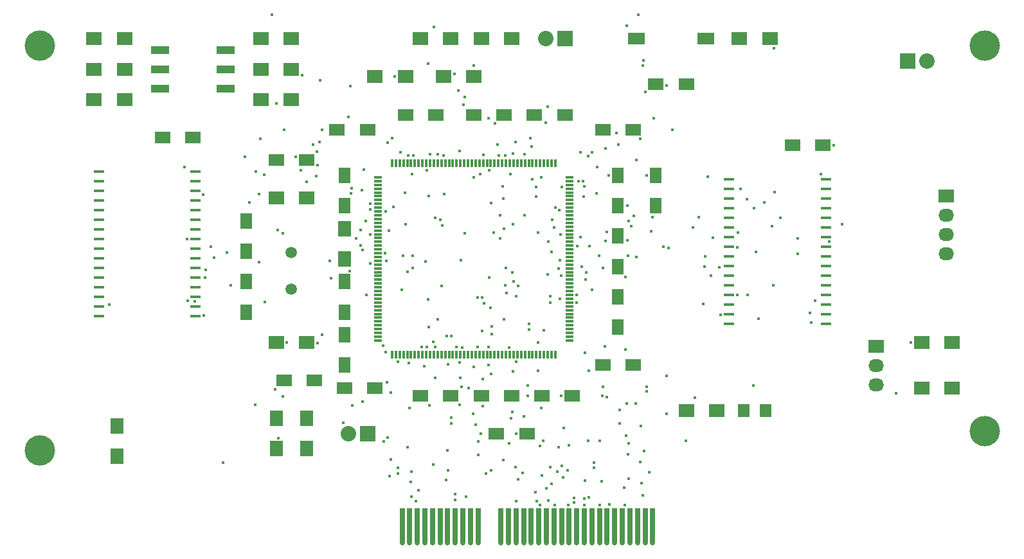
<source format=gts>
G04 #@! TF.FileFunction,Soldermask,Top*
%FSLAX46Y46*%
G04 Gerber Fmt 4.6, Leading zero omitted, Abs format (unit mm)*
G04 Created by KiCad (PCBNEW 4.0.2+dfsg1-stable) date sab 20 lug 2019 18:23:04 CEST*
%MOMM*%
G01*
G04 APERTURE LIST*
%ADD10C,0.100000*%
%ADD11C,0.650000*%
%ADD12R,0.650000X4.600000*%
%ADD13R,2.000000X1.700000*%
%ADD14C,4.000000*%
%ADD15R,2.032000X1.727200*%
%ADD16O,2.032000X1.727200*%
%ADD17R,2.032000X2.032000*%
%ADD18O,2.032000X2.032000*%
%ADD19R,1.600000X2.000000*%
%ADD20R,2.000000X1.600000*%
%ADD21R,1.700000X2.000000*%
%ADD22R,1.597660X1.800860*%
%ADD23R,2.180000X1.600000*%
%ADD24R,2.440000X1.120000*%
%ADD25R,1.400000X0.450000*%
%ADD26R,1.120000X0.300000*%
%ADD27R,0.300000X1.120000*%
%ADD28C,1.500000*%
%ADD29C,0.400000*%
G04 APERTURE END LIST*
D10*
D11*
X149572000Y-124466000D03*
X151572000Y-124466000D03*
D12*
X151572000Y-122166000D03*
D11*
X150572000Y-124466000D03*
D12*
X131572000Y-122166000D03*
X132572000Y-122166000D03*
X133572000Y-122166000D03*
X134572000Y-122166000D03*
X135572000Y-122166000D03*
X136572000Y-122166000D03*
X137572000Y-122166000D03*
X138572000Y-122166000D03*
X139572000Y-122166000D03*
X140572000Y-122166000D03*
X141572000Y-122166000D03*
X146572000Y-122166000D03*
X147572000Y-122166000D03*
X148572000Y-122166000D03*
X149572000Y-122166000D03*
X150572000Y-122166000D03*
X144572000Y-122166000D03*
X145572000Y-122166000D03*
D11*
X133572000Y-124466000D03*
X134572000Y-124466000D03*
X135572000Y-124466000D03*
X136572000Y-124466000D03*
X137572000Y-124466000D03*
X138572000Y-124466000D03*
X139572000Y-124466000D03*
X140572000Y-124466000D03*
X141572000Y-124466000D03*
X131572000Y-124466000D03*
X144572000Y-124466000D03*
X145572000Y-124466000D03*
X146572000Y-124466000D03*
X147572000Y-124466000D03*
X148572000Y-124466000D03*
X132572000Y-124466000D03*
X152572000Y-124466000D03*
X153572000Y-124466000D03*
X154572000Y-124466000D03*
X155572000Y-124466000D03*
X156572000Y-124466000D03*
X157572000Y-124466000D03*
X158572000Y-124466000D03*
X159572000Y-124466000D03*
X160572000Y-124466000D03*
X161572000Y-124466000D03*
X162572000Y-124466000D03*
X163572000Y-124466000D03*
X164572000Y-124466000D03*
D12*
X152572000Y-122166000D03*
X153572000Y-122166000D03*
X154572000Y-122166000D03*
X155572000Y-122166000D03*
X156572000Y-122166000D03*
X157572000Y-122166000D03*
X158572000Y-122166000D03*
X159572000Y-122166000D03*
X160572000Y-122166000D03*
X161572000Y-122166000D03*
X162572000Y-122166000D03*
X163572000Y-122166000D03*
X164572000Y-122166000D03*
D13*
X173000000Y-107000000D03*
X169000000Y-107000000D03*
X128000000Y-63000000D03*
X132000000Y-63000000D03*
X137000000Y-63000000D03*
X141000000Y-63000000D03*
X117000000Y-58000000D03*
X113000000Y-58000000D03*
X176000000Y-58000000D03*
X180000000Y-58000000D03*
D14*
X208280000Y-58928000D03*
X83820000Y-112268000D03*
X208280000Y-109728000D03*
X83820000Y-58928000D03*
D15*
X203200000Y-78740000D03*
D16*
X203200000Y-81280000D03*
X203200000Y-83820000D03*
X203200000Y-86360000D03*
D17*
X198120000Y-60960000D03*
D18*
X200660000Y-60960000D03*
D15*
X194000000Y-98500000D03*
D16*
X194000000Y-101040000D03*
X194000000Y-103580000D03*
D19*
X124000000Y-76000000D03*
X124000000Y-80000000D03*
X124000000Y-101000000D03*
X124000000Y-97000000D03*
D20*
X120000000Y-103000000D03*
X116000000Y-103000000D03*
X124000000Y-104000000D03*
X128000000Y-104000000D03*
X138000000Y-105000000D03*
X134000000Y-105000000D03*
X142000000Y-105000000D03*
X146000000Y-105000000D03*
X154000000Y-105000000D03*
X150000000Y-105000000D03*
X144000000Y-110000000D03*
X148000000Y-110000000D03*
D19*
X165000000Y-76000000D03*
X165000000Y-80000000D03*
D17*
X127000000Y-110000000D03*
D18*
X124460000Y-110000000D03*
D17*
X153000000Y-58000000D03*
D18*
X150460000Y-58000000D03*
D21*
X94000000Y-113000000D03*
X94000000Y-109000000D03*
D13*
X95000000Y-66000000D03*
X91000000Y-66000000D03*
X95000000Y-62000000D03*
X91000000Y-62000000D03*
X95000000Y-58000000D03*
X91000000Y-58000000D03*
X117000000Y-62000000D03*
X113000000Y-62000000D03*
X117000000Y-66000000D03*
X113000000Y-66000000D03*
D20*
X165000000Y-64000000D03*
X169000000Y-64000000D03*
X187000000Y-72000000D03*
X183000000Y-72000000D03*
X104000000Y-71000000D03*
X100000000Y-71000000D03*
D19*
X111000000Y-94000000D03*
X111000000Y-90000000D03*
X111000000Y-82000000D03*
X111000000Y-86000000D03*
X124000000Y-90000000D03*
X124000000Y-94000000D03*
D20*
X115000000Y-74000000D03*
X119000000Y-74000000D03*
X123000000Y-70000000D03*
X127000000Y-70000000D03*
X132000000Y-68000000D03*
X136000000Y-68000000D03*
X141000000Y-68000000D03*
X145000000Y-68000000D03*
X153000000Y-68000000D03*
X149000000Y-68000000D03*
X162000000Y-70000000D03*
X158000000Y-70000000D03*
D19*
X160000000Y-80000000D03*
X160000000Y-76000000D03*
X160000000Y-84000000D03*
X160000000Y-88000000D03*
X160000000Y-92000000D03*
X160000000Y-96000000D03*
D20*
X158000000Y-101000000D03*
X162000000Y-101000000D03*
D22*
X176580140Y-107000000D03*
X179419860Y-107000000D03*
D13*
X119000000Y-98000000D03*
X115000000Y-98000000D03*
X119000000Y-79000000D03*
X115000000Y-79000000D03*
X134000000Y-58000000D03*
X138000000Y-58000000D03*
X142000000Y-58000000D03*
X146000000Y-58000000D03*
D21*
X124000000Y-87000000D03*
X124000000Y-83000000D03*
D13*
X204000000Y-104000000D03*
X200000000Y-104000000D03*
D21*
X115000000Y-112000000D03*
X115000000Y-108000000D03*
X119000000Y-108000000D03*
X119000000Y-112000000D03*
D13*
X204000000Y-98000000D03*
X200000000Y-98000000D03*
D23*
X162410000Y-58000000D03*
X171590000Y-58000000D03*
D24*
X99695000Y-59460000D03*
X108305000Y-64540000D03*
X99695000Y-62000000D03*
X108305000Y-62000000D03*
X99695000Y-64540000D03*
X108305000Y-59460000D03*
D25*
X187370000Y-76475000D03*
X174630000Y-76475000D03*
X187370000Y-77745000D03*
X174630000Y-77745000D03*
X187370000Y-79015000D03*
X174630000Y-79015000D03*
X187370000Y-80285000D03*
X174630000Y-80285000D03*
X187370000Y-81555000D03*
X174630000Y-81555000D03*
X187370000Y-82825000D03*
X174630000Y-82825000D03*
X187370000Y-84095000D03*
X174630000Y-84095000D03*
X187370000Y-85365000D03*
X174630000Y-85365000D03*
X187370000Y-86635000D03*
X174630000Y-86635000D03*
X187370000Y-87905000D03*
X174630000Y-87905000D03*
X187370000Y-89175000D03*
X174630000Y-89175000D03*
X187370000Y-90445000D03*
X174630000Y-90445000D03*
X187370000Y-91715000D03*
X174630000Y-91715000D03*
X187370000Y-92985000D03*
X174630000Y-92985000D03*
X187370000Y-94255000D03*
X174630000Y-94255000D03*
X187370000Y-95525000D03*
X174630000Y-95525000D03*
X104370000Y-75475000D03*
X91630000Y-75475000D03*
X104370000Y-76745000D03*
X91630000Y-76745000D03*
X104370000Y-78015000D03*
X91630000Y-78015000D03*
X104370000Y-79285000D03*
X91630000Y-79285000D03*
X104370000Y-80555000D03*
X91630000Y-80555000D03*
X104370000Y-81825000D03*
X91630000Y-81825000D03*
X104370000Y-83095000D03*
X91630000Y-83095000D03*
X104370000Y-84365000D03*
X91630000Y-84365000D03*
X104370000Y-85635000D03*
X91630000Y-85635000D03*
X104370000Y-86905000D03*
X91630000Y-86905000D03*
X104370000Y-88175000D03*
X91630000Y-88175000D03*
X104370000Y-89445000D03*
X91630000Y-89445000D03*
X104370000Y-90715000D03*
X91630000Y-90715000D03*
X104370000Y-91985000D03*
X91630000Y-91985000D03*
X104370000Y-93255000D03*
X91630000Y-93255000D03*
X104370000Y-94525000D03*
X91630000Y-94525000D03*
D26*
X128380000Y-76250000D03*
X128380000Y-76750000D03*
X128380000Y-77250000D03*
X128380000Y-77750000D03*
X128380000Y-78250000D03*
X128380000Y-78750000D03*
X128380000Y-79250000D03*
X128380000Y-79750000D03*
X128380000Y-80250000D03*
X128380000Y-80750000D03*
X128380000Y-81250000D03*
X128380000Y-81750000D03*
X128380000Y-82250000D03*
X128380000Y-82750000D03*
X128380000Y-83250000D03*
X128380000Y-83750000D03*
X128380000Y-84250000D03*
X128380000Y-84750000D03*
X128380000Y-85250000D03*
X128380000Y-85750000D03*
X128380000Y-86250000D03*
X128380000Y-86750000D03*
X128380000Y-87250000D03*
X128380000Y-87750000D03*
X128380000Y-88250000D03*
X128380000Y-88750000D03*
X128380000Y-89250000D03*
X128380000Y-89750000D03*
X128380000Y-90250000D03*
X128380000Y-90750000D03*
X128380000Y-91250000D03*
X128380000Y-91750000D03*
X128380000Y-92250000D03*
X128380000Y-92750000D03*
X128380000Y-93250000D03*
X128380000Y-93750000D03*
X128380000Y-94250000D03*
X128380000Y-94750000D03*
X128380000Y-95250000D03*
X128380000Y-95750000D03*
X128380000Y-96250000D03*
X128380000Y-96750000D03*
X128380000Y-97250000D03*
X128380000Y-97750000D03*
D27*
X130250000Y-99620000D03*
X130750000Y-99620000D03*
X131250000Y-99620000D03*
X131750000Y-99620000D03*
X132250000Y-99620000D03*
X132750000Y-99620000D03*
X133250000Y-99620000D03*
X133750000Y-99620000D03*
X134250000Y-99620000D03*
X134750000Y-99620000D03*
X135250000Y-99620000D03*
X135750000Y-99620000D03*
X136250000Y-99620000D03*
X136750000Y-99620000D03*
X137250000Y-99620000D03*
X137750000Y-99620000D03*
X138250000Y-99620000D03*
X138750000Y-99620000D03*
X139250000Y-99620000D03*
X139750000Y-99620000D03*
X140250000Y-99620000D03*
X140750000Y-99620000D03*
X141250000Y-99620000D03*
X141750000Y-99620000D03*
X142250000Y-99620000D03*
X142750000Y-99620000D03*
X143250000Y-99620000D03*
X143750000Y-99620000D03*
X144250000Y-99620000D03*
X144750000Y-99620000D03*
X145250000Y-99620000D03*
X145750000Y-99620000D03*
X146250000Y-99620000D03*
X146750000Y-99620000D03*
X147250000Y-99620000D03*
X147750000Y-99620000D03*
X148250000Y-99620000D03*
X148750000Y-99620000D03*
X149250000Y-99620000D03*
X149750000Y-99620000D03*
X150250000Y-99620000D03*
X150750000Y-99620000D03*
X151250000Y-99620000D03*
X151750000Y-99620000D03*
D26*
X153620000Y-97750000D03*
X153620000Y-97250000D03*
X153620000Y-96750000D03*
X153620000Y-96250000D03*
X153620000Y-95750000D03*
X153620000Y-95250000D03*
X153620000Y-94750000D03*
X153620000Y-94250000D03*
X153620000Y-93750000D03*
X153620000Y-93250000D03*
X153620000Y-92750000D03*
X153620000Y-92250000D03*
X153620000Y-91750000D03*
X153620000Y-91250000D03*
X153620000Y-90750000D03*
X153620000Y-90250000D03*
X153620000Y-89750000D03*
X153620000Y-89250000D03*
X153620000Y-88750000D03*
X153620000Y-88250000D03*
X153620000Y-87750000D03*
X153620000Y-87250000D03*
X153620000Y-86750000D03*
X153620000Y-86250000D03*
X153620000Y-85750000D03*
X153620000Y-85250000D03*
X153620000Y-84750000D03*
X153620000Y-84250000D03*
X153620000Y-83750000D03*
X153620000Y-83250000D03*
X153620000Y-82750000D03*
X153620000Y-82250000D03*
X153620000Y-81750000D03*
X153620000Y-81250000D03*
X153620000Y-80750000D03*
X153620000Y-80250000D03*
X153620000Y-79750000D03*
X153620000Y-79250000D03*
X153620000Y-78750000D03*
X153620000Y-78250000D03*
X153620000Y-77750000D03*
X153620000Y-77250000D03*
X153620000Y-76750000D03*
X153620000Y-76250000D03*
D27*
X151750000Y-74380000D03*
X151250000Y-74380000D03*
X150750000Y-74380000D03*
X150250000Y-74380000D03*
X149750000Y-74380000D03*
X149250000Y-74380000D03*
X148750000Y-74380000D03*
X148250000Y-74380000D03*
X147750000Y-74380000D03*
X147250000Y-74380000D03*
X146750000Y-74380000D03*
X146250000Y-74380000D03*
X145750000Y-74380000D03*
X145250000Y-74380000D03*
X144750000Y-74380000D03*
X144250000Y-74380000D03*
X143750000Y-74380000D03*
X143250000Y-74380000D03*
X142750000Y-74380000D03*
X142250000Y-74380000D03*
X141750000Y-74380000D03*
X141250000Y-74380000D03*
X140750000Y-74380000D03*
X140250000Y-74380000D03*
X139750000Y-74380000D03*
X139250000Y-74380000D03*
X138750000Y-74380000D03*
X138250000Y-74380000D03*
X137750000Y-74380000D03*
X137250000Y-74380000D03*
X136750000Y-74380000D03*
X136250000Y-74380000D03*
X135750000Y-74380000D03*
X135250000Y-74380000D03*
X134750000Y-74380000D03*
X134250000Y-74380000D03*
X133750000Y-74380000D03*
X133250000Y-74380000D03*
X132750000Y-74380000D03*
X132250000Y-74380000D03*
X131750000Y-74380000D03*
X131250000Y-74380000D03*
X130750000Y-74380000D03*
X130250000Y-74380000D03*
D28*
X117000000Y-91000000D03*
X117000000Y-86120000D03*
D29*
X158243100Y-98550900D03*
X157920800Y-105000000D03*
X161203200Y-80000000D03*
X161451000Y-82040200D03*
X117581700Y-73531500D03*
X120450600Y-74613200D03*
X163792000Y-76000000D03*
X160061000Y-71963900D03*
X141913900Y-110000000D03*
X142234500Y-106410500D03*
X158391800Y-84604800D03*
X150702300Y-66921900D03*
X157642400Y-119465100D03*
X153454000Y-119437300D03*
X149688200Y-119452900D03*
X144334100Y-73410300D03*
X146256500Y-89956400D03*
X149730000Y-111657100D03*
X144136900Y-71908800D03*
X143303200Y-79602700D03*
X149940800Y-115512100D03*
X152755700Y-115791100D03*
X135197300Y-106290200D03*
X142936800Y-98642300D03*
X145672300Y-111311800D03*
X157890800Y-116306200D03*
X163248300Y-118148700D03*
X163090200Y-116575000D03*
X116050800Y-69947200D03*
X146551500Y-71600900D03*
X121029700Y-69970200D03*
X124976700Y-106290200D03*
X126767500Y-82022700D03*
X126144500Y-83205800D03*
X124624600Y-88598800D03*
X142234500Y-102872800D03*
X137025200Y-73393100D03*
X142110800Y-92048000D03*
X141477800Y-92048000D03*
X143357800Y-95875500D03*
X143345400Y-96926200D03*
X155573700Y-77399100D03*
X162321800Y-106028100D03*
X161185400Y-106028100D03*
X160810600Y-117166600D03*
X150848800Y-118818200D03*
X140992800Y-76275600D03*
X133030600Y-73410400D03*
X137137000Y-78449000D03*
X149180300Y-78770300D03*
X154256900Y-118468600D03*
X145672300Y-98657000D03*
X129588500Y-103299700D03*
X139115900Y-72801500D03*
X145028300Y-95005800D03*
X136240900Y-95003900D03*
X132394200Y-73410900D03*
X144865200Y-113545000D03*
X126901400Y-91750000D03*
X130058700Y-113411700D03*
X164140900Y-115156000D03*
X162934700Y-113779200D03*
X168905700Y-110932200D03*
X166419200Y-107428200D03*
X149938500Y-106677700D03*
X145125900Y-90441900D03*
X160190500Y-108677200D03*
X147583400Y-107784700D03*
X142376200Y-92863400D03*
X143217800Y-93419200D03*
X148104500Y-103662000D03*
X158555000Y-105193100D03*
X156141900Y-101751300D03*
X149455300Y-101751300D03*
X148251100Y-96330100D03*
X135083400Y-95947600D03*
X134867600Y-98581800D03*
X134477500Y-101134800D03*
X135012500Y-92361400D03*
X151072800Y-92775400D03*
X156588800Y-91046400D03*
X156854700Y-113809300D03*
X152611000Y-114308300D03*
X145337500Y-91480800D03*
X149344900Y-118924000D03*
X152457600Y-83750000D03*
X152312700Y-87177200D03*
X150703600Y-89010900D03*
X155650100Y-116190900D03*
X147736400Y-81284900D03*
X151112400Y-114462300D03*
X146478500Y-114445600D03*
X146614800Y-118923500D03*
X149218500Y-77541700D03*
X151239800Y-116654200D03*
X140033200Y-118311500D03*
X141300700Y-108838200D03*
X161103100Y-110273700D03*
X157146800Y-78344500D03*
X148724000Y-76548200D03*
X146198300Y-82457200D03*
X138572000Y-118786200D03*
X136874000Y-82596500D03*
X127403600Y-79725600D03*
X131037400Y-114495500D03*
X127406000Y-80474200D03*
X130990200Y-115309700D03*
X129403800Y-80750000D03*
X131706600Y-86551700D03*
X132922600Y-86551700D03*
X132790000Y-118333000D03*
X131322600Y-72930500D03*
X155431100Y-76798700D03*
X161395600Y-111321000D03*
X157601400Y-111006100D03*
X156842900Y-114564100D03*
X153384600Y-114833700D03*
X154220800Y-119117100D03*
X141883600Y-75796800D03*
X146557500Y-91955400D03*
X151114200Y-91955400D03*
X155564000Y-118574100D03*
X154830700Y-76776600D03*
X158858700Y-119323800D03*
X137598800Y-100905200D03*
X138049200Y-107942200D03*
X160914800Y-119446800D03*
X161374500Y-116003700D03*
X146882100Y-116087100D03*
X145955400Y-107997200D03*
X149098300Y-117763400D03*
X150269300Y-96437600D03*
X150572600Y-117206200D03*
X150180300Y-110998300D03*
X156100400Y-110998300D03*
X155691600Y-99402900D03*
X149455300Y-98043000D03*
X148261500Y-95597400D03*
X142585900Y-115255400D03*
X142149100Y-96473000D03*
X131050800Y-100581800D03*
X132577000Y-106611400D03*
X139119500Y-106266200D03*
X138572500Y-117958400D03*
X137440400Y-97200500D03*
X137660100Y-114876700D03*
X132466600Y-100701200D03*
X132796500Y-115051300D03*
X134169800Y-98645200D03*
X133378300Y-118955700D03*
X126385600Y-105839900D03*
X129907000Y-115625300D03*
X198585500Y-98000000D03*
X196638200Y-104687100D03*
X135936500Y-98632200D03*
X135910200Y-102695400D03*
X139212400Y-102695400D03*
X140289200Y-103999700D03*
X161755900Y-82692200D03*
X162086000Y-81330100D03*
X146572900Y-100585100D03*
X146572900Y-110037300D03*
X136250000Y-73231400D03*
X138953500Y-64844700D03*
X134844700Y-75358000D03*
X130582900Y-63000000D03*
X112281100Y-75475000D03*
X186743800Y-75848800D03*
X188427800Y-72000000D03*
X160985900Y-98937300D03*
X160232700Y-106885900D03*
X161025000Y-89362400D03*
X162398200Y-73974800D03*
X159841500Y-70433500D03*
X171860200Y-76129400D03*
X112873200Y-71167000D03*
X129505500Y-87250000D03*
X180580100Y-59268600D03*
X155572000Y-119448000D03*
X151644400Y-119455400D03*
X155448700Y-78777900D03*
X157243900Y-74936800D03*
X158776900Y-76000000D03*
X130111800Y-104647100D03*
X143295800Y-114898800D03*
X148104500Y-105000000D03*
X154677500Y-85292000D03*
X142979300Y-68432300D03*
X142999000Y-75346600D03*
X137384900Y-116171600D03*
X147424000Y-115211900D03*
X151992000Y-115068700D03*
X156177500Y-118413100D03*
X132250700Y-111816300D03*
X114803000Y-104197000D03*
X115290400Y-110587700D03*
X118423300Y-62754700D03*
X115038000Y-66530800D03*
X129099200Y-98467400D03*
X129812600Y-83250000D03*
X138450900Y-62658900D03*
X139439000Y-103866200D03*
X138706800Y-98647300D03*
X143633800Y-83564800D03*
X166403200Y-64152400D03*
X149485400Y-83564800D03*
X153536500Y-111531500D03*
X163456200Y-112361300D03*
X152631900Y-77538700D03*
X151604800Y-82876900D03*
X132970100Y-88159200D03*
X132731300Y-116367100D03*
X133748200Y-117473200D03*
X135636200Y-114118600D03*
X189493600Y-82468900D03*
X183703300Y-86322600D03*
X166626200Y-85548400D03*
X165983700Y-85423000D03*
X158527300Y-83483100D03*
X149902400Y-76234500D03*
X152843900Y-109262200D03*
X162997300Y-109036500D03*
X132893400Y-75820800D03*
X124745900Y-64200300D03*
X116408100Y-98000000D03*
X126312200Y-77919600D03*
X124946900Y-77661400D03*
X127389500Y-87601200D03*
X120407300Y-98081900D03*
X135250000Y-73246200D03*
X135034600Y-61233800D03*
X120722000Y-71632500D03*
X130246100Y-71090100D03*
X152318400Y-92250000D03*
X156561800Y-72958600D03*
X155212100Y-88011800D03*
X157559400Y-86571400D03*
X161338600Y-86614000D03*
X179270200Y-79552500D03*
X178160000Y-86054200D03*
X162389300Y-86767600D03*
X180650200Y-78172500D03*
X163327100Y-60869700D03*
X120778200Y-63487700D03*
X113370400Y-75948300D03*
X119860000Y-71919400D03*
X124482900Y-68337900D03*
X164732700Y-68454600D03*
X176184100Y-77745000D03*
X154581100Y-92750000D03*
X156226900Y-85286800D03*
X155084600Y-84144500D03*
X161244300Y-84573700D03*
X175834900Y-83544600D03*
X154588400Y-91750000D03*
X156116000Y-73435800D03*
X150806500Y-84731700D03*
X139318300Y-87137700D03*
X119010500Y-76818500D03*
X152225300Y-88250000D03*
X164366900Y-83339800D03*
X110846700Y-73527700D03*
X132317100Y-88684500D03*
X151286600Y-86080300D03*
X144854400Y-77463400D03*
X177922600Y-80285000D03*
X131956700Y-78250800D03*
X112713500Y-78465400D03*
X164547200Y-81506800D03*
X152524200Y-89250000D03*
X151318200Y-81850900D03*
X136633400Y-81850900D03*
X120280600Y-76057200D03*
X155806600Y-88750000D03*
X158063300Y-88206200D03*
X178515400Y-94863300D03*
X181361600Y-81555000D03*
X105378000Y-78545300D03*
X140969300Y-61539000D03*
X163261500Y-61539000D03*
X139156600Y-100598700D03*
X118264600Y-75361600D03*
X135912500Y-81555500D03*
X144480700Y-81284900D03*
X170623100Y-81533300D03*
X140975200Y-101235300D03*
X111494300Y-79566400D03*
X135099300Y-78725400D03*
X144876000Y-79036000D03*
X158336000Y-72435800D03*
X115832000Y-83659300D03*
X134690300Y-87303800D03*
X144487900Y-84339400D03*
X169916300Y-82825000D03*
X135670800Y-97898900D03*
X139448100Y-98658300D03*
X137516000Y-112260600D03*
X161337400Y-112735200D03*
X187864000Y-84730000D03*
X115203600Y-83201100D03*
X129351900Y-86275300D03*
X124822400Y-78386100D03*
X130412400Y-80187400D03*
X145847300Y-75867400D03*
X172463100Y-84208800D03*
X183651200Y-84311400D03*
X163756400Y-104433300D03*
X162713000Y-54795900D03*
X114381600Y-54795900D03*
X103265900Y-84381400D03*
X139785500Y-83579200D03*
X139692400Y-66714000D03*
X167143100Y-69983200D03*
X175738600Y-85448300D03*
X126351200Y-85801500D03*
X108469100Y-86185400D03*
X145164600Y-73409400D03*
X143780500Y-69148000D03*
X150470500Y-69061900D03*
X180269300Y-82708600D03*
X106347600Y-85426700D03*
X145019700Y-83010000D03*
X171472200Y-86635000D03*
X126069600Y-85234100D03*
X122007100Y-87231300D03*
X176984000Y-79156000D03*
X148489500Y-71051400D03*
X155065300Y-72985500D03*
X145232700Y-88190300D03*
X136739100Y-90523200D03*
X138075700Y-108658700D03*
X123822900Y-108587200D03*
X106836200Y-86820300D03*
X138040800Y-97195400D03*
X126520800Y-75198800D03*
X162934200Y-71212300D03*
X173358000Y-88092100D03*
X112753300Y-87455300D03*
X125547400Y-84261200D03*
X113457500Y-92659600D03*
X132056400Y-82464700D03*
X172228500Y-89175000D03*
X151787800Y-80196600D03*
X180434300Y-90449300D03*
X170132200Y-105333800D03*
X146172400Y-101800600D03*
X146122600Y-107172700D03*
X115841700Y-105135800D03*
X105618100Y-89445000D03*
X127407200Y-83791200D03*
X122188100Y-89506500D03*
X171428800Y-88022100D03*
X152265000Y-80568700D03*
X166399600Y-102401900D03*
X177086500Y-91715000D03*
X142977900Y-100966900D03*
X141613400Y-111074800D03*
X129125200Y-111074800D03*
X109031000Y-90474900D03*
X146842200Y-90538100D03*
X146073500Y-88763800D03*
X131523600Y-91048500D03*
X129404700Y-99324300D03*
X143076600Y-89466200D03*
X139848300Y-65663300D03*
X163614600Y-65012700D03*
X175730800Y-91715000D03*
X185942200Y-92512800D03*
X177866300Y-103668900D03*
X143320500Y-102147400D03*
X141639000Y-112853000D03*
X103344700Y-92481900D03*
X108016300Y-113834000D03*
X155762100Y-89750000D03*
X158014800Y-103863100D03*
X163756400Y-103832900D03*
X171214500Y-92931700D03*
X152518600Y-105046900D03*
X152164000Y-111791000D03*
X129639600Y-110525500D03*
X120992300Y-96984400D03*
X104250800Y-92620000D03*
X135750700Y-56454000D03*
X161187500Y-56240900D03*
X185273500Y-94121700D03*
X141530500Y-98639500D03*
X140912600Y-107408900D03*
X112185600Y-106199300D03*
X147724700Y-73230300D03*
X173521800Y-94337900D03*
X148642100Y-72161700D03*
X129698400Y-71696600D03*
X120332900Y-72874600D03*
X102913700Y-74939600D03*
X92997700Y-93021100D03*
X185491900Y-95391700D03*
X146143200Y-73113600D03*
X105484200Y-94479700D03*
X142250000Y-73251000D03*
X105677900Y-88457500D03*
M02*

</source>
